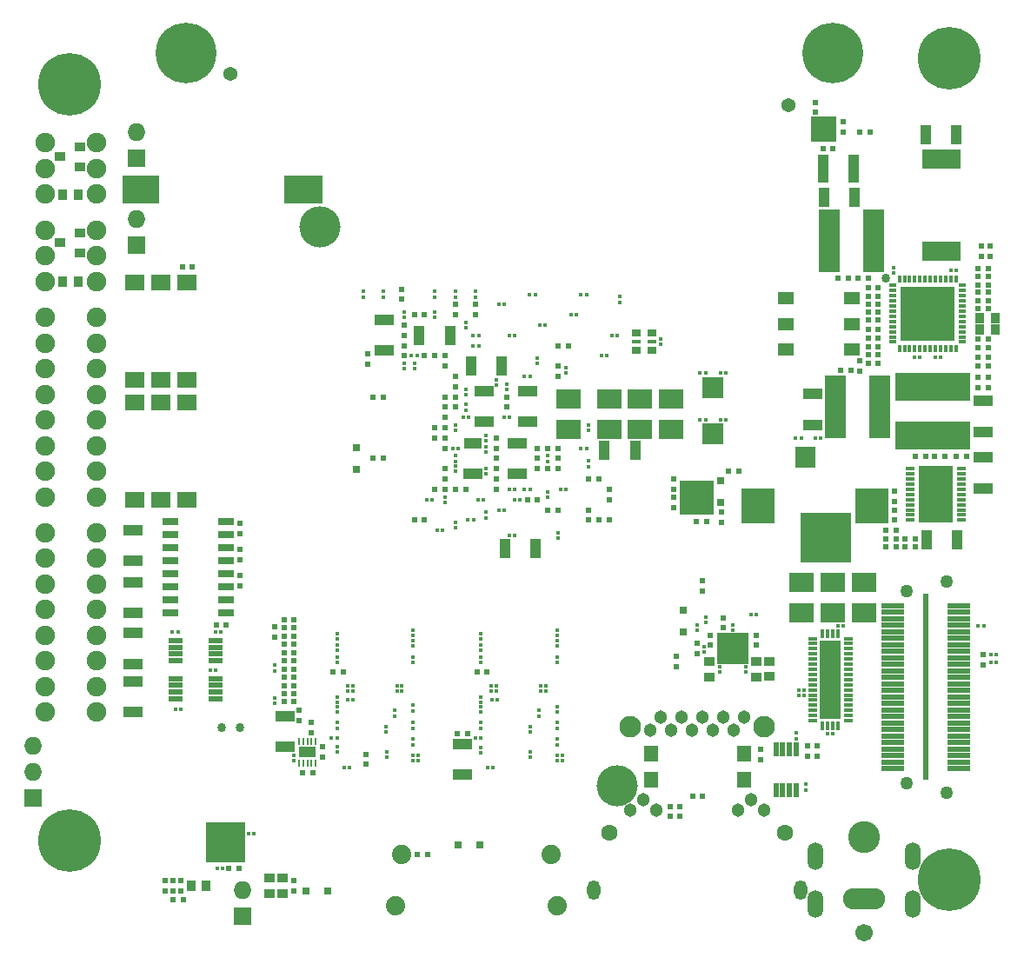
<source format=gbr>
G04 #@! TF.FileFunction,Soldermask,Bot*
%FSLAX46Y46*%
G04 Gerber Fmt 4.6, Leading zero omitted, Abs format (unit mm)*
G04 Created by KiCad (PCBNEW 4.0.6) date Tue Jun 13 11:44:39 2017*
%MOMM*%
%LPD*%
G01*
G04 APERTURE LIST*
%ADD10C,0.101600*%
%ADD11C,1.270000*%
%ADD12R,0.609600X18.135600*%
%ADD13R,2.260600X0.508000*%
%ADD14R,1.701600X1.701600*%
%ADD15C,1.301600*%
%ADD16C,2.101600*%
%ADD17O,1.301600X1.901600*%
%ADD18C,1.601600*%
%ADD19R,0.401600X0.381600*%
%ADD20R,0.381600X0.401600*%
%ADD21R,1.901600X1.101600*%
%ADD22R,1.101600X1.901600*%
%ADD23R,0.601600X0.601600*%
%ADD24R,2.331600X1.901600*%
%ADD25R,0.901600X1.001600*%
%ADD26R,1.701600X1.101600*%
%ADD27R,1.001600X0.901600*%
%ADD28R,0.685800X0.787400*%
%ADD29R,0.787400X0.685800*%
%ADD30C,1.879600*%
%ADD31R,1.752600X1.752600*%
%ADD32O,1.752600X1.752600*%
%ADD33R,3.201600X3.401600*%
%ADD34R,2.101600X6.101600*%
%ADD35R,7.401600X2.701600*%
%ADD36R,3.701600X1.901600*%
%ADD37R,1.101600X2.701600*%
%ADD38C,0.863600*%
%ADD39R,0.280800X0.750800*%
%ADD40R,0.851600X1.001600*%
%ADD41R,0.951600X0.381600*%
%ADD42R,1.181600X0.881600*%
%ADD43R,1.401600X1.601600*%
%ADD44R,0.351600X0.801600*%
%ADD45R,0.801600X0.351600*%
%ADD46R,1.389100X1.389100*%
%ADD47R,1.101600X1.351600*%
%ADD48R,0.951600X0.401600*%
%ADD49R,0.401600X0.951600*%
%ADD50R,1.351600X1.351600*%
%ADD51R,1.101600X1.101600*%
%ADD52R,1.601600X0.701600*%
%ADD53R,1.881600X1.621600*%
%ADD54R,1.451600X0.551600*%
%ADD55R,1.101600X0.901600*%
%ADD56R,1.601600X1.601600*%
%ADD57R,0.901600X0.901600*%
%ADD58R,0.551600X1.451600*%
%ADD59R,0.951600X0.751600*%
%ADD60R,0.951600X0.351600*%
%ADD61C,1.371600*%
%ADD62C,5.901600*%
%ADD63C,1.901600*%
%ADD64R,3.761600X2.701600*%
%ADD65R,3.641600X2.701600*%
%ADD66R,1.601600X1.301600*%
%ADD67C,1.701600*%
%ADD68C,3.101600*%
%ADD69O,1.501600X2.701600*%
%ADD70O,4.101600X2.101600*%
%ADD71C,6.101600*%
%ADD72C,4.000000*%
G04 APERTURE END LIST*
D10*
D11*
X120552000Y-86068500D03*
X120552000Y-106642500D03*
D12*
X118520000Y-96355500D03*
D13*
X115281500Y-88418000D03*
X115281500Y-89053000D03*
X115281500Y-89688000D03*
X115281500Y-90323000D03*
X115281500Y-90958000D03*
X115281500Y-91593000D03*
X115281500Y-92228000D03*
X115281500Y-92863000D03*
X115281500Y-93498000D03*
X115281500Y-94133000D03*
X115281500Y-94768000D03*
X115281500Y-95403000D03*
X115281500Y-96038000D03*
X115281500Y-96673000D03*
X115281500Y-97308000D03*
X115281500Y-97943000D03*
X115281500Y-98578000D03*
X115281500Y-99213000D03*
X115281500Y-99848000D03*
X115281500Y-100483000D03*
X115281500Y-101118000D03*
X115281500Y-101753000D03*
X115281500Y-102388000D03*
X115281500Y-103023000D03*
X115281500Y-103658000D03*
X115281500Y-104293000D03*
X121758500Y-88418000D03*
X121758500Y-89053000D03*
X121758500Y-89688000D03*
X121758500Y-90323000D03*
X121758500Y-90958000D03*
X121758500Y-91593000D03*
X121758500Y-92228000D03*
X121758500Y-92863000D03*
X121758500Y-93498000D03*
X121758500Y-94133000D03*
X121758500Y-94768000D03*
X121758500Y-95403000D03*
X121758500Y-96038000D03*
X121758500Y-96673000D03*
X121758500Y-97308000D03*
X121758500Y-97943000D03*
X121758500Y-98578000D03*
X121758500Y-99213000D03*
X121758500Y-99848000D03*
X121758500Y-100483000D03*
X121758500Y-101118000D03*
X121758500Y-101753000D03*
X121758500Y-102388000D03*
X121758500Y-103023000D03*
X121758500Y-103658000D03*
X121758500Y-104293000D03*
D14*
X95400000Y-78700000D03*
X97000000Y-78700000D03*
X95400000Y-77100000D03*
X97000000Y-77100000D03*
D15*
X91661000Y-100596000D03*
X93693000Y-100596000D03*
X95725000Y-100596000D03*
X97757000Y-100596000D03*
X99789000Y-100596000D03*
X92677000Y-99326000D03*
X94709000Y-99326000D03*
X96741000Y-99326000D03*
X98773000Y-99326000D03*
X100805000Y-99326000D03*
D16*
X89733000Y-100206000D03*
X102733000Y-100206000D03*
D15*
X89723000Y-108346000D03*
X90993000Y-107326000D03*
X92263000Y-108346000D03*
X100203000Y-108346000D03*
X101473000Y-107326000D03*
X102743000Y-108346000D03*
D17*
X86148000Y-116156000D03*
X106318000Y-116156000D03*
D18*
X104768000Y-110556000D03*
X87698000Y-110556000D03*
D19*
X62200000Y-96765000D03*
X62200000Y-96235000D03*
X66000000Y-103165000D03*
X66000000Y-102635000D03*
D20*
X61835000Y-104200000D03*
X62365000Y-104200000D03*
D19*
X65900000Y-100765000D03*
X65900000Y-100235000D03*
X61200000Y-102135000D03*
X61200000Y-102665000D03*
X66800000Y-98635000D03*
X66800000Y-99165000D03*
X61200000Y-91135000D03*
X61200000Y-91665000D03*
D20*
X61165000Y-101300000D03*
X60635000Y-101300000D03*
D19*
X68600000Y-91835000D03*
X68600000Y-92365000D03*
X61200000Y-97335000D03*
X61200000Y-97865000D03*
X61200000Y-100365000D03*
X61200000Y-99835000D03*
X68600000Y-93435000D03*
X68600000Y-93965000D03*
D20*
X62235000Y-97600000D03*
X62765000Y-97600000D03*
D19*
X61200000Y-98235000D03*
X61200000Y-98765000D03*
X67500000Y-96235000D03*
X67500000Y-96765000D03*
X68600000Y-90835000D03*
X68600000Y-91365000D03*
X62700000Y-96235000D03*
X62700000Y-96765000D03*
X68600000Y-99835000D03*
X68600000Y-100365000D03*
X67000000Y-96765000D03*
X67000000Y-96235000D03*
X61200000Y-93435000D03*
X61200000Y-93965000D03*
X68600000Y-101965000D03*
X68600000Y-101435000D03*
X69100000Y-103035000D03*
X69100000Y-103565000D03*
X61200000Y-92235000D03*
X61200000Y-92765000D03*
X68600000Y-103565000D03*
X68600000Y-103035000D03*
D21*
X73400000Y-104900000D03*
X73400000Y-101900000D03*
D19*
X76200000Y-96765000D03*
X76200000Y-96235000D03*
X80000000Y-103165000D03*
X80000000Y-102635000D03*
D20*
X75835000Y-104200000D03*
X76365000Y-104200000D03*
D19*
X80000000Y-100765000D03*
X80000000Y-100235000D03*
X75200000Y-102235000D03*
X75200000Y-102765000D03*
X80800000Y-98635000D03*
X80800000Y-99165000D03*
X75200000Y-91135000D03*
X75200000Y-91665000D03*
D20*
X75165000Y-101300000D03*
X74635000Y-101300000D03*
D19*
X82600000Y-91835000D03*
X82600000Y-92365000D03*
X75200000Y-97335000D03*
X75200000Y-97865000D03*
X75200000Y-100365000D03*
X75200000Y-99835000D03*
X82600000Y-93435000D03*
X82600000Y-93965000D03*
D20*
X76235000Y-97600000D03*
X76765000Y-97600000D03*
D19*
X75200000Y-98235000D03*
X75200000Y-98765000D03*
X81500000Y-96235000D03*
X81500000Y-96765000D03*
X82600000Y-90835000D03*
X82600000Y-91365000D03*
X76700000Y-96235000D03*
X76700000Y-96765000D03*
X82600000Y-99835000D03*
X82600000Y-100365000D03*
X81000000Y-96765000D03*
X81000000Y-96235000D03*
X75200000Y-93435000D03*
X75200000Y-93965000D03*
X82600000Y-101965000D03*
X82600000Y-101435000D03*
X83100000Y-103035000D03*
X83100000Y-103565000D03*
X75200000Y-92235000D03*
X75200000Y-92765000D03*
X82600000Y-103565000D03*
X82600000Y-103035000D03*
D21*
X56100000Y-102200000D03*
X56100000Y-99200000D03*
D19*
X55100000Y-94765000D03*
X55100000Y-94235000D03*
X55100000Y-97435000D03*
X55100000Y-97965000D03*
X68600000Y-98665000D03*
X68600000Y-98135000D03*
X82600000Y-98765000D03*
X82600000Y-98235000D03*
D21*
X124100000Y-74000000D03*
X124100000Y-77000000D03*
D22*
X118600000Y-82000000D03*
X121600000Y-82000000D03*
D19*
X57000000Y-103565000D03*
X57000000Y-103035000D03*
D23*
X59800000Y-102200000D03*
X59800000Y-103200000D03*
X115443000Y-77300000D03*
X115443000Y-78300000D03*
X115600000Y-81900000D03*
X114600000Y-81900000D03*
X116500000Y-81900000D03*
X117500000Y-81900000D03*
D24*
X106426000Y-89090000D03*
X106426000Y-86170000D03*
X112522000Y-89090000D03*
X112522000Y-86170000D03*
X109474000Y-89090000D03*
X109474000Y-86170000D03*
D21*
X124100000Y-71500000D03*
X124100000Y-68500000D03*
X107500000Y-70800000D03*
X107500000Y-67800000D03*
D22*
X111600000Y-48700000D03*
X108600000Y-48700000D03*
X118500000Y-42600000D03*
X121500000Y-42600000D03*
D23*
X113900000Y-59100000D03*
X112900000Y-59100000D03*
X124600000Y-62500000D03*
X123600000Y-62500000D03*
X112900000Y-57500000D03*
X113900000Y-57500000D03*
X124579000Y-65100000D03*
X123579000Y-65100000D03*
X112900000Y-59800000D03*
X113900000Y-59800000D03*
X124600000Y-63300000D03*
X123600000Y-63300000D03*
D19*
X115400000Y-56065000D03*
X115400000Y-55535000D03*
D20*
X119965000Y-64200000D03*
X119435000Y-64200000D03*
D23*
X124600000Y-57900000D03*
X123600000Y-57900000D03*
X112900000Y-62400000D03*
X113900000Y-62400000D03*
D25*
X125250000Y-60400000D03*
X123750000Y-60400000D03*
D23*
X124600000Y-55600000D03*
X123600000Y-55600000D03*
X113900000Y-64800000D03*
X112900000Y-64800000D03*
D25*
X125250000Y-61500000D03*
X123750000Y-61500000D03*
D23*
X124600000Y-57200000D03*
X123600000Y-57200000D03*
X113900000Y-63200000D03*
X112900000Y-63200000D03*
D20*
X121465000Y-55800000D03*
X120935000Y-55800000D03*
X117435000Y-64200000D03*
X117965000Y-64200000D03*
X106161000Y-97155000D03*
X106691000Y-97155000D03*
X106161000Y-96647000D03*
X106691000Y-96647000D03*
X110465000Y-90400000D03*
X109935000Y-90400000D03*
X108935000Y-100900000D03*
X109465000Y-100900000D03*
D23*
X51600000Y-114000000D03*
X50600000Y-114000000D03*
X46200000Y-117100000D03*
X45200000Y-117100000D03*
D20*
X108265000Y-72100000D03*
X107735000Y-72100000D03*
X105844757Y-72100000D03*
X106374757Y-72100000D03*
X97065000Y-70300000D03*
X96535000Y-70300000D03*
X98535000Y-70300000D03*
X99065000Y-70300000D03*
X97065000Y-65800000D03*
X96535000Y-65800000D03*
X98535000Y-65800000D03*
X99065000Y-65800000D03*
D23*
X51689000Y-80399000D03*
X51689000Y-81399000D03*
X51689000Y-82939000D03*
X51689000Y-83939000D03*
X51689000Y-85479000D03*
X51689000Y-86479000D03*
X49400000Y-90300000D03*
X50400000Y-90300000D03*
D20*
X48835000Y-94700000D03*
X49365000Y-94700000D03*
X45435000Y-98500000D03*
X45965000Y-98500000D03*
X49865000Y-91000000D03*
X49335000Y-91000000D03*
X45135000Y-91000000D03*
X45665000Y-91000000D03*
D21*
X79700000Y-70500000D03*
X79700000Y-67500000D03*
D24*
X83700000Y-71260000D03*
X83700000Y-68340000D03*
D21*
X75500000Y-70500000D03*
X75500000Y-67500000D03*
D24*
X93700000Y-71260000D03*
X93700000Y-68340000D03*
D21*
X65800000Y-60600000D03*
X65800000Y-63600000D03*
D24*
X87700000Y-71260000D03*
X87700000Y-68340000D03*
X90700000Y-71260000D03*
X90700000Y-68340000D03*
D21*
X78700000Y-72600000D03*
X78700000Y-75600000D03*
D26*
X74400000Y-72600000D03*
D21*
X74400000Y-75600000D03*
D22*
X74200000Y-65100000D03*
X77200000Y-65100000D03*
X80500000Y-82900000D03*
X77500000Y-82900000D03*
X87200000Y-73300000D03*
X90200000Y-73300000D03*
D20*
X79965000Y-77100000D03*
X79435000Y-77100000D03*
X78435000Y-78100000D03*
X78965000Y-78100000D03*
D22*
X69200000Y-62100000D03*
X72200000Y-62100000D03*
D23*
X96200000Y-80200000D03*
X97200000Y-80200000D03*
X94000000Y-78900000D03*
X94000000Y-77900000D03*
X98600000Y-79300000D03*
X98600000Y-80300000D03*
X94000000Y-76100000D03*
X94000000Y-77100000D03*
D19*
X81700000Y-74365000D03*
X81700000Y-73835000D03*
D27*
X55900000Y-116450000D03*
X55900000Y-114950000D03*
D19*
X97100000Y-89535000D03*
X97100000Y-90065000D03*
X96266000Y-90816000D03*
X96266000Y-90286000D03*
D20*
X101992000Y-89281000D03*
X101462000Y-89281000D03*
D19*
X99700000Y-90335000D03*
X99700000Y-90865000D03*
D23*
X107800000Y-40400000D03*
X107800000Y-39400000D03*
D19*
X98425000Y-94880000D03*
X98425000Y-94350000D03*
X100965000Y-94880000D03*
X100965000Y-94350000D03*
D23*
X110500000Y-41300000D03*
X110500000Y-42300000D03*
D19*
X105900000Y-101365000D03*
X105900000Y-100835000D03*
X106800000Y-106365000D03*
X106800000Y-105835000D03*
X96900000Y-92965000D03*
X96900000Y-92435000D03*
D28*
X75055000Y-111700000D03*
X72945000Y-111700000D03*
D29*
X63100000Y-75155000D03*
X63100000Y-73045000D03*
X98500000Y-78355000D03*
X98500000Y-76245000D03*
D28*
X60255000Y-116200000D03*
X58145000Y-116200000D03*
D29*
X94900000Y-90955000D03*
X94900000Y-88845000D03*
D25*
X46950000Y-115700000D03*
X48450000Y-115700000D03*
X35929000Y-48387000D03*
X34429000Y-48387000D03*
X35929000Y-56896000D03*
X34429000Y-56896000D03*
D27*
X54600000Y-114950000D03*
X54600000Y-116450000D03*
X103300000Y-93850000D03*
X103300000Y-95350000D03*
X101981000Y-93865000D03*
X101981000Y-95365000D03*
X97409000Y-95365000D03*
X97409000Y-93865000D03*
D11*
X116615000Y-105690000D03*
X116615000Y-87021000D03*
D30*
X67500000Y-112700000D03*
X82000000Y-112700000D03*
X82600000Y-117650000D03*
X66900000Y-117650000D03*
D31*
X31600000Y-107140000D03*
D32*
X31600000Y-104600000D03*
X31600000Y-102060000D03*
D31*
X52000000Y-118640000D03*
D32*
X52000000Y-116100000D03*
D31*
X41656000Y-44831000D03*
D32*
X41656000Y-42291000D03*
D31*
X41656000Y-53340000D03*
D32*
X41656000Y-50800000D03*
D33*
X113246000Y-78740000D03*
X102146000Y-78740000D03*
D34*
X113450000Y-52900000D03*
X109150000Y-52900000D03*
D35*
X119200000Y-67150000D03*
X119200000Y-71850000D03*
D36*
X120015000Y-53903000D03*
X120015000Y-44903000D03*
D34*
X114050000Y-69100000D03*
X109750000Y-69100000D03*
D23*
X72700000Y-77100000D03*
X73700000Y-77100000D03*
X70700000Y-77100000D03*
X71700000Y-77100000D03*
X56000000Y-91400000D03*
X57000000Y-91400000D03*
X56000000Y-94600000D03*
X57000000Y-94600000D03*
X56000000Y-93000000D03*
X57000000Y-93000000D03*
X56000000Y-90600000D03*
X57000000Y-90600000D03*
X56000000Y-92200000D03*
X57000000Y-92200000D03*
X56000000Y-96200000D03*
X57000000Y-96200000D03*
X56000000Y-89800000D03*
X57000000Y-89800000D03*
X56000000Y-93800000D03*
X57000000Y-93800000D03*
X56000000Y-97000000D03*
X57000000Y-97000000D03*
X56000000Y-97800000D03*
X57000000Y-97800000D03*
X56000000Y-95400000D03*
X57000000Y-95400000D03*
X57500000Y-98600000D03*
X57500000Y-99600000D03*
X75800000Y-94900000D03*
X74800000Y-94900000D03*
X61800000Y-94900000D03*
X60800000Y-94900000D03*
X58800000Y-104700000D03*
X57800000Y-104700000D03*
X122500000Y-73900000D03*
X121500000Y-73900000D03*
X119400000Y-73900000D03*
X120400000Y-73900000D03*
X118483000Y-73914000D03*
X117483000Y-73914000D03*
X115443000Y-80100000D03*
X115443000Y-79100000D03*
X114600000Y-81100000D03*
X115600000Y-81100000D03*
X102400000Y-102400000D03*
X102400000Y-103400000D03*
X115600000Y-82700000D03*
X114600000Y-82700000D03*
X117500000Y-82700000D03*
X116500000Y-82700000D03*
X95800000Y-107000000D03*
X96800000Y-107000000D03*
X112900000Y-58293000D03*
X113900000Y-58293000D03*
X124600000Y-64200000D03*
X123600000Y-64200000D03*
X110000000Y-56500000D03*
X111000000Y-56500000D03*
X111900000Y-56500000D03*
X112900000Y-56500000D03*
X123600000Y-67200000D03*
X123600000Y-66200000D03*
X124600000Y-66200000D03*
X124600000Y-67200000D03*
X124600000Y-56400000D03*
X123600000Y-56400000D03*
X112900000Y-64000000D03*
X113900000Y-64000000D03*
X123600000Y-58700000D03*
X124600000Y-58700000D03*
X113900000Y-60600000D03*
X112900000Y-60600000D03*
X112900000Y-61500000D03*
X113900000Y-61500000D03*
X123900000Y-53400000D03*
X123900000Y-54400000D03*
X124800000Y-54400000D03*
X124800000Y-53400000D03*
X110200000Y-65500000D03*
X111200000Y-65500000D03*
X112100000Y-64600000D03*
X112100000Y-65600000D03*
X124079000Y-93200000D03*
X124079000Y-94200000D03*
X70000000Y-112700000D03*
X69000000Y-112700000D03*
X65700000Y-74100000D03*
X64700000Y-74100000D03*
X71700000Y-65100000D03*
X71700000Y-64100000D03*
X45200000Y-115200000D03*
X45200000Y-116200000D03*
X46000000Y-116200000D03*
X46000000Y-115200000D03*
D21*
X41275000Y-84050000D03*
X41275000Y-81050000D03*
X41275000Y-89130000D03*
X41275000Y-86130000D03*
X41275000Y-94083000D03*
X41275000Y-91083000D03*
X41275000Y-98782000D03*
X41275000Y-95782000D03*
D23*
X67700000Y-63100000D03*
X67700000Y-64100000D03*
X47100000Y-55400000D03*
X46100000Y-55400000D03*
X96800000Y-86000000D03*
X96800000Y-87000000D03*
X87700000Y-78100000D03*
X87700000Y-77100000D03*
X100300000Y-75300000D03*
X99300000Y-75300000D03*
X82700000Y-73100000D03*
X82700000Y-74100000D03*
X81700000Y-75100000D03*
X82700000Y-75100000D03*
X96266000Y-92083000D03*
X96266000Y-93083000D03*
X107900000Y-103100000D03*
X107900000Y-102100000D03*
X107000000Y-103100000D03*
X107000000Y-102100000D03*
X112100000Y-42300000D03*
X113100000Y-42300000D03*
X94600000Y-108900000D03*
X93600000Y-108900000D03*
X94600000Y-108000000D03*
X93600000Y-108000000D03*
X82700000Y-66100000D03*
X82700000Y-65100000D03*
X83700000Y-63100000D03*
X82700000Y-63100000D03*
D37*
X111500000Y-45900000D03*
X108500000Y-45900000D03*
D38*
X51700000Y-100300000D03*
X114600000Y-56500000D03*
X49900000Y-100300000D03*
D39*
X57500000Y-103750000D03*
X57900000Y-103750000D03*
X58300000Y-103750000D03*
X58700000Y-103750000D03*
X59100000Y-103750000D03*
X57500000Y-101650000D03*
X57900000Y-101650000D03*
X58300000Y-101650000D03*
X58700000Y-101650000D03*
X59100000Y-101650000D03*
D40*
X57925000Y-102700000D03*
X58675000Y-102700000D03*
D41*
X121975000Y-77597000D03*
X121975000Y-78097000D03*
X121975000Y-78597000D03*
X121975000Y-79097000D03*
X121975000Y-79597000D03*
X121975000Y-80097000D03*
X121975000Y-77097000D03*
X121975000Y-76597000D03*
X121975000Y-76097000D03*
X121975000Y-75597000D03*
X121975000Y-75097000D03*
X117025000Y-80097000D03*
X117025000Y-79597000D03*
X117025000Y-79097000D03*
X117025000Y-78597000D03*
X117025000Y-78097000D03*
X117025000Y-77597000D03*
X117025000Y-77097000D03*
X117025000Y-76597000D03*
X117025000Y-76097000D03*
X117025000Y-75597000D03*
X117025000Y-75097000D03*
D42*
X120580000Y-79937000D03*
X119500000Y-79937000D03*
X118420000Y-79937000D03*
X120580000Y-79157000D03*
X120580000Y-78377000D03*
X120580000Y-77597000D03*
X120580000Y-76817000D03*
X120580000Y-76037000D03*
X120580000Y-75257000D03*
X119500000Y-75257000D03*
X119500000Y-76037000D03*
X119500000Y-76817000D03*
X119500000Y-77597000D03*
X119500000Y-78377000D03*
X119500000Y-79157000D03*
X118420000Y-79157000D03*
X118420000Y-78377000D03*
X118420000Y-77597000D03*
X118420000Y-76817000D03*
X118420000Y-76037000D03*
X118420000Y-75257000D03*
D43*
X91800000Y-102830000D03*
X91800000Y-105370000D03*
X100800000Y-102830000D03*
X100800000Y-105370000D03*
D44*
X115950000Y-56600000D03*
X116450000Y-56600000D03*
X116950000Y-56600000D03*
X117450000Y-56600000D03*
X117950000Y-56600000D03*
X118450000Y-56600000D03*
X118950000Y-56600000D03*
X119450000Y-56600000D03*
X119950000Y-56600000D03*
X120450000Y-56600000D03*
X120950000Y-56600000D03*
X121450000Y-56600000D03*
D45*
X122100000Y-57250000D03*
X122100000Y-57750000D03*
X122100000Y-58250000D03*
X122100000Y-58750000D03*
X122100000Y-59250000D03*
X122100000Y-59750000D03*
X122100000Y-60250000D03*
X122100000Y-60750000D03*
X122100000Y-61250000D03*
X122100000Y-61750000D03*
X122100000Y-62250000D03*
X122100000Y-62750000D03*
D44*
X121450000Y-63400000D03*
X120950000Y-63400000D03*
X120450000Y-63400000D03*
X119950000Y-63400000D03*
X119450000Y-63400000D03*
X118950000Y-63400000D03*
X118450000Y-63400000D03*
X117950000Y-63400000D03*
X117450000Y-63400000D03*
X116950000Y-63400000D03*
X116450000Y-63400000D03*
X115950000Y-63400000D03*
D45*
X115300000Y-62750000D03*
X115300000Y-62250000D03*
X115300000Y-61750000D03*
X115300000Y-61250000D03*
X115300000Y-60750000D03*
X115300000Y-60250000D03*
X115300000Y-59750000D03*
X115300000Y-59250000D03*
X115300000Y-58750000D03*
X115300000Y-58250000D03*
X115300000Y-57750000D03*
X115300000Y-57250000D03*
D46*
X120631250Y-61931250D03*
X119343750Y-61931250D03*
X118056250Y-61931250D03*
X116768750Y-61931250D03*
X120631250Y-60643750D03*
X119343750Y-60643750D03*
X118056250Y-60643750D03*
X116768750Y-60643750D03*
X120631250Y-59356250D03*
X119343750Y-59356250D03*
X118056250Y-59356250D03*
X116768750Y-59356250D03*
X120631250Y-58068750D03*
X119343750Y-58068750D03*
X118056250Y-58068750D03*
X116768750Y-58068750D03*
D47*
X109720000Y-97506000D03*
D48*
X110945000Y-95631000D03*
X110945000Y-96131000D03*
X110945000Y-96631000D03*
X110945000Y-97131000D03*
X110945000Y-97631000D03*
X110945000Y-98131000D03*
X110945000Y-98631000D03*
X110945000Y-99131000D03*
X110945000Y-99631000D03*
X110945000Y-95131000D03*
X110945000Y-94631000D03*
X110945000Y-94131000D03*
X110945000Y-93631000D03*
X110945000Y-93131000D03*
X110945000Y-92631000D03*
X110945000Y-92131000D03*
X110945000Y-91631000D03*
X107495000Y-95631000D03*
X107495000Y-95131000D03*
X107495000Y-94631000D03*
X107495000Y-94131000D03*
X107495000Y-93631000D03*
X107495000Y-93131000D03*
X107495000Y-92631000D03*
X107495000Y-92131000D03*
X107495000Y-91631000D03*
X107495000Y-96131000D03*
X107495000Y-96631000D03*
X107495000Y-97131000D03*
X107495000Y-97631000D03*
X107495000Y-98131000D03*
X107495000Y-98631000D03*
X107495000Y-99131000D03*
X107495000Y-99631000D03*
D49*
X109970000Y-100106000D03*
X109470000Y-100106000D03*
X108970000Y-100106000D03*
X108470000Y-100106000D03*
X109970000Y-91156000D03*
X109470000Y-91156000D03*
X108970000Y-91156000D03*
X108470000Y-91156000D03*
D47*
X109720000Y-96256000D03*
X109720000Y-98756000D03*
X108720000Y-98756000D03*
X108720000Y-97506000D03*
X108720000Y-96256000D03*
X108720000Y-95006000D03*
X108720000Y-93756000D03*
X108720000Y-92506000D03*
X109720000Y-92506000D03*
X109720000Y-93756000D03*
X109720000Y-95006000D03*
D50*
X49050000Y-110250000D03*
X49050000Y-112750000D03*
X51550000Y-110250000D03*
X50300000Y-112750000D03*
X49050000Y-111500000D03*
X50300000Y-111500000D03*
X51550000Y-111500000D03*
X50300000Y-110250000D03*
X51550000Y-112750000D03*
D51*
X98300000Y-66700000D03*
X98300000Y-67700000D03*
X97300000Y-67700000D03*
X97300000Y-66700000D03*
X98300000Y-71200000D03*
X98300000Y-72200000D03*
X97300000Y-72200000D03*
X97300000Y-71200000D03*
X106300000Y-73500000D03*
X107300000Y-73500000D03*
X107300000Y-74500000D03*
X106300000Y-74500000D03*
D52*
X44925000Y-89154000D03*
X44925000Y-87884000D03*
X44925000Y-86614000D03*
X44925000Y-85344000D03*
X44925000Y-84074000D03*
X44925000Y-82804000D03*
X44925000Y-81534000D03*
X44925000Y-80264000D03*
X50325000Y-80264000D03*
X50325000Y-81534000D03*
X50325000Y-82804000D03*
X50325000Y-84074000D03*
X50325000Y-85344000D03*
X50325000Y-86614000D03*
X50325000Y-87884000D03*
X50325000Y-89154000D03*
D53*
X41460000Y-56938000D03*
X41460000Y-66462000D03*
X44000000Y-66462000D03*
X46540000Y-66462000D03*
X46540000Y-56938000D03*
X44000000Y-56938000D03*
X41460000Y-68638000D03*
X41460000Y-78162000D03*
X44000000Y-78162000D03*
X46540000Y-78162000D03*
X46540000Y-68638000D03*
X44000000Y-68638000D03*
D54*
X49375000Y-97475000D03*
X49375000Y-96825000D03*
X49375000Y-96175000D03*
X49375000Y-95525000D03*
X45425000Y-97475000D03*
X45425000Y-96825000D03*
X45425000Y-96175000D03*
X45425000Y-95525000D03*
X45425000Y-91825000D03*
X45425000Y-92475000D03*
X45425000Y-93125000D03*
X45425000Y-93775000D03*
X49375000Y-91825000D03*
X49375000Y-92475000D03*
X49375000Y-93125000D03*
X49375000Y-93775000D03*
D14*
X108800000Y-81800000D03*
X110400000Y-81800000D03*
X110400000Y-83400000D03*
X108800000Y-83400000D03*
X107200000Y-83400000D03*
X107200000Y-81800000D03*
X107200000Y-80200000D03*
X108800000Y-80200000D03*
X110400000Y-80200000D03*
D55*
X36179000Y-43754000D03*
X34179000Y-44704000D03*
X36179000Y-45654000D03*
X36179000Y-52136000D03*
X34179000Y-53086000D03*
X36179000Y-54036000D03*
D56*
X98945000Y-93333000D03*
X98945000Y-91833000D03*
X100445000Y-91833000D03*
X100445000Y-93333000D03*
D57*
X109385000Y-42837000D03*
X108585000Y-42837000D03*
X107785000Y-42837000D03*
X107785000Y-42037000D03*
X108585000Y-42037000D03*
X109385000Y-42037000D03*
X109385000Y-41237000D03*
X108585000Y-41237000D03*
X107785000Y-41237000D03*
D58*
X105875000Y-102425000D03*
X105225000Y-102425000D03*
X104575000Y-102425000D03*
X103925000Y-102425000D03*
X105875000Y-106375000D03*
X105225000Y-106375000D03*
X104575000Y-106375000D03*
X103925000Y-106375000D03*
D59*
X90325000Y-61875000D03*
X90325000Y-63525000D03*
X91875000Y-61875000D03*
X91875000Y-63525000D03*
D60*
X90325000Y-62700000D03*
X91875000Y-62700000D03*
D61*
X105135700Y-39664700D03*
X50754300Y-36616700D03*
D62*
X46454300Y-34616700D03*
X109455700Y-34616700D03*
D63*
X32719000Y-67865000D03*
X32719000Y-65365000D03*
X32719000Y-62865000D03*
X32719000Y-60365000D03*
X32719000Y-70365000D03*
X32719000Y-72865000D03*
X32719000Y-75365000D03*
X32719000Y-77865000D03*
X37719000Y-60365000D03*
X37719000Y-62865000D03*
X37719000Y-65365000D03*
X37719000Y-67865000D03*
X37719000Y-70365000D03*
X37719000Y-72865000D03*
X37719000Y-75365000D03*
X37719000Y-77865000D03*
X32719000Y-88820000D03*
X32719000Y-86320000D03*
X32719000Y-83820000D03*
X32719000Y-81320000D03*
X32719000Y-91320000D03*
X32719000Y-93820000D03*
X32719000Y-96320000D03*
X32719000Y-98820000D03*
X37719000Y-81320000D03*
X37719000Y-83820000D03*
X37719000Y-86320000D03*
X37719000Y-88820000D03*
X37719000Y-91320000D03*
X37719000Y-93820000D03*
X37719000Y-96320000D03*
X37719000Y-98820000D03*
X32719000Y-56856000D03*
X32719000Y-54356000D03*
X32719000Y-51856000D03*
X37719000Y-51856000D03*
X37719000Y-54356000D03*
X37719000Y-56856000D03*
X32719000Y-48347000D03*
X32719000Y-45847000D03*
X32719000Y-43347000D03*
X37719000Y-43347000D03*
X37719000Y-45847000D03*
X37719000Y-48347000D03*
D20*
X124830000Y-93980000D03*
X125360000Y-93980000D03*
X124830000Y-93218000D03*
X125360000Y-93218000D03*
X123635000Y-90400000D03*
X124165000Y-90400000D03*
D19*
X71700000Y-77835000D03*
X71700000Y-78365000D03*
D20*
X75465000Y-78100000D03*
X74935000Y-78100000D03*
X70935000Y-81100000D03*
X71465000Y-81100000D03*
D19*
X72700000Y-80335000D03*
X72700000Y-80865000D03*
X75700000Y-79335000D03*
X75700000Y-79865000D03*
X81700000Y-77335000D03*
X81700000Y-77865000D03*
D20*
X73935000Y-80100000D03*
X74465000Y-80100000D03*
X69935000Y-78100000D03*
X70465000Y-78100000D03*
D19*
X73700000Y-61365000D03*
X73700000Y-60835000D03*
X72700000Y-70835000D03*
X72700000Y-71365000D03*
X73700000Y-67335000D03*
X73700000Y-67865000D03*
X77700000Y-66835000D03*
X77700000Y-67365000D03*
X72700000Y-74365000D03*
X72700000Y-73835000D03*
X73700000Y-69365000D03*
X73700000Y-68835000D03*
D20*
X79435000Y-66100000D03*
X79965000Y-66100000D03*
D19*
X68700000Y-65365000D03*
X68700000Y-64835000D03*
X76700000Y-66435000D03*
X76700000Y-66965000D03*
X75700000Y-75565000D03*
X75700000Y-75035000D03*
X75700000Y-72935000D03*
X75700000Y-73465000D03*
D20*
X74965000Y-62100000D03*
X74435000Y-62100000D03*
D19*
X72700000Y-74835000D03*
X72700000Y-75365000D03*
D20*
X72435000Y-73100000D03*
X72965000Y-73100000D03*
X73435000Y-70100000D03*
X73965000Y-70100000D03*
X77435000Y-70100000D03*
X77965000Y-70100000D03*
D19*
X67700000Y-65365000D03*
X67700000Y-64835000D03*
D20*
X84935000Y-73100000D03*
X85465000Y-73100000D03*
D19*
X75700000Y-71835000D03*
X75700000Y-72365000D03*
D20*
X74965000Y-63100000D03*
X74435000Y-63100000D03*
X77935000Y-81600000D03*
X78465000Y-81600000D03*
D19*
X82700000Y-81865000D03*
X82700000Y-81335000D03*
D20*
X78465000Y-77100000D03*
X77935000Y-77100000D03*
X76935000Y-79100000D03*
X77465000Y-79100000D03*
X82935000Y-77100000D03*
X83465000Y-77100000D03*
D19*
X85700000Y-74865000D03*
X85700000Y-74335000D03*
X92700000Y-62965000D03*
X92700000Y-62435000D03*
D23*
X64000000Y-103900000D03*
X64000000Y-102900000D03*
X72900000Y-100900000D03*
X73900000Y-100900000D03*
X55100000Y-90500000D03*
X55100000Y-91500000D03*
X58700000Y-99800000D03*
X58700000Y-100800000D03*
X124600000Y-59500000D03*
X123600000Y-59500000D03*
X80700000Y-75100000D03*
X80700000Y-74100000D03*
X77700000Y-69100000D03*
X77700000Y-68100000D03*
X67700000Y-61100000D03*
X67700000Y-62100000D03*
X70700000Y-71100000D03*
X70700000Y-72100000D03*
X81700000Y-73100000D03*
X80700000Y-73100000D03*
X71700000Y-73100000D03*
X71700000Y-72100000D03*
X72700000Y-66100000D03*
X72700000Y-67100000D03*
X76700000Y-77100000D03*
X76700000Y-76100000D03*
X72700000Y-68100000D03*
X72700000Y-69100000D03*
X76700000Y-73100000D03*
X76700000Y-72100000D03*
X71700000Y-76100000D03*
X71700000Y-75100000D03*
X72700000Y-59100000D03*
X72700000Y-60100000D03*
X64200000Y-64900000D03*
X64200000Y-63900000D03*
X74700000Y-59100000D03*
X74700000Y-60100000D03*
X67500000Y-57600000D03*
X67500000Y-58600000D03*
X68700000Y-60100000D03*
X69700000Y-60100000D03*
X69700000Y-64100000D03*
X70700000Y-64100000D03*
X71700000Y-69100000D03*
X71700000Y-68100000D03*
X71700000Y-71100000D03*
X71700000Y-70100000D03*
X79700000Y-78100000D03*
X80700000Y-78100000D03*
X82700000Y-79100000D03*
X81700000Y-79100000D03*
X65700000Y-68100000D03*
X64700000Y-68100000D03*
X69700000Y-80100000D03*
X68700000Y-80100000D03*
X86700000Y-80100000D03*
X87700000Y-80100000D03*
X85700000Y-79100000D03*
X85700000Y-80100000D03*
X85700000Y-76100000D03*
X86700000Y-76100000D03*
X94200000Y-93400000D03*
X94200000Y-94400000D03*
X98800000Y-89600000D03*
X98800000Y-90600000D03*
X102000000Y-92300000D03*
X102000000Y-91300000D03*
X108500000Y-43900000D03*
X109500000Y-43900000D03*
X97500000Y-92300000D03*
X97500000Y-91300000D03*
X44400000Y-115200000D03*
X44400000Y-116200000D03*
X76700000Y-74100000D03*
X76700000Y-75100000D03*
X57000000Y-115200000D03*
X57000000Y-116200000D03*
D19*
X70700000Y-59835000D03*
X70700000Y-60365000D03*
D20*
X68965000Y-64100000D03*
X68435000Y-64100000D03*
D19*
X70700000Y-57835000D03*
X70700000Y-58365000D03*
X67700000Y-59835000D03*
X67700000Y-60365000D03*
X72700000Y-57835000D03*
X72700000Y-58365000D03*
X65700000Y-57835000D03*
X65700000Y-58365000D03*
X74700000Y-57835000D03*
X74700000Y-58365000D03*
X63700000Y-57835000D03*
X63700000Y-58365000D03*
D20*
X85465000Y-58100000D03*
X84935000Y-58100000D03*
X79935000Y-58100000D03*
X80465000Y-58100000D03*
X83935000Y-60100000D03*
X84465000Y-60100000D03*
X76935000Y-59100000D03*
X77465000Y-59100000D03*
D19*
X88700000Y-58335000D03*
X88700000Y-58865000D03*
D20*
X80935000Y-61100000D03*
X81465000Y-61100000D03*
X87935000Y-62100000D03*
X88465000Y-62100000D03*
X77935000Y-62100000D03*
X78465000Y-62100000D03*
D19*
X85700000Y-71365000D03*
X85700000Y-70835000D03*
D20*
X87465000Y-64100000D03*
X86935000Y-64100000D03*
D19*
X83500000Y-65765000D03*
X83500000Y-65235000D03*
X80700000Y-64335000D03*
X80700000Y-64865000D03*
D64*
X57870000Y-47900000D03*
D65*
X42070000Y-47900000D03*
D66*
X104850000Y-58500000D03*
X104850000Y-61000000D03*
X104850000Y-63500000D03*
X111350000Y-58500000D03*
X111350000Y-61000000D03*
X111350000Y-63500000D03*
D20*
X52535000Y-110600000D03*
X53065000Y-110600000D03*
X49535000Y-114000000D03*
X50065000Y-114000000D03*
D67*
X112522000Y-120248000D03*
D68*
X112522000Y-110998000D03*
D69*
X107772000Y-117498000D03*
X107772000Y-112798000D03*
X117272000Y-117498000D03*
X117272000Y-112798000D03*
D70*
X112522000Y-116998000D03*
D71*
X120810000Y-115090000D03*
X35080000Y-111280000D03*
X120810000Y-35080000D03*
X35080000Y-37620000D03*
D72*
X88500000Y-106000000D03*
X59500000Y-51500000D03*
M02*

</source>
